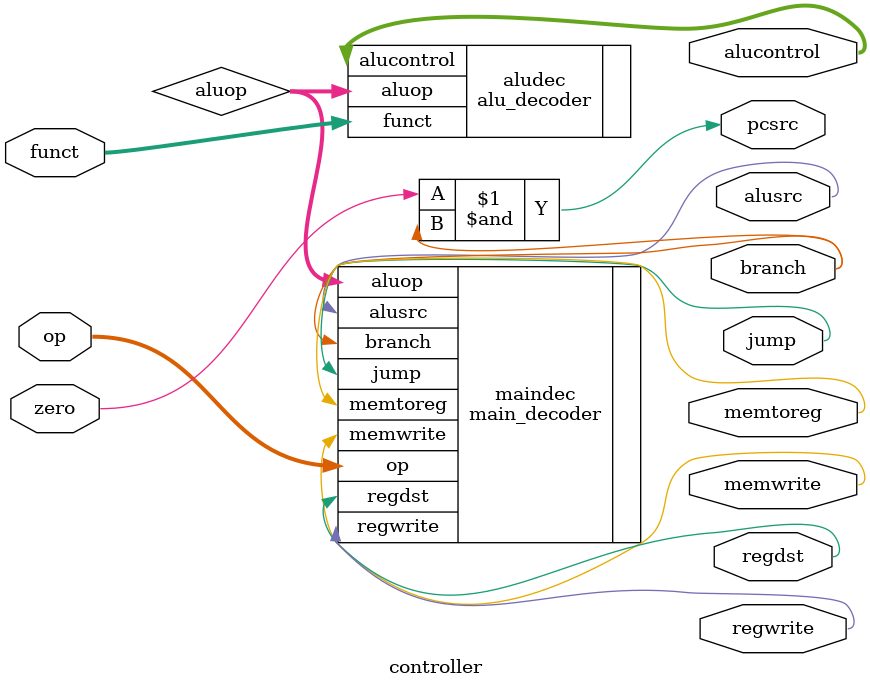
<source format=v>
`timescale 1ns / 1ps


module controller(
	input [5:0] op,
	input [5:0] funct,
	input zero,
	output memtoreg, memwrite, pcsrc, alusrc, regdst, regwrite, jump, branch, 
	output [2:0] alucontrol
    );

	wire [1:0] aluop;
	assign pcsrc = zero & branch;//仿真时pcsrc会输出为x,因为该模块未与ALU连接,导致zero值为不定。

	main_decoder maindec(.op(op),
						 .memtoreg(memtoreg), 
						 .memwrite(memwrite),
						 .alusrc(alusrc), 
						 .regdst(regdst), 
						 .regwrite(regwrite), 
						 .jump(jump), 
						 .branch(branch), 
						 .aluop(aluop)
						 );

	alu_decoder aludec(.funct(funct),
					   .aluop(aluop),
					   .alucontrol(alucontrol)
					   );

endmodule

</source>
